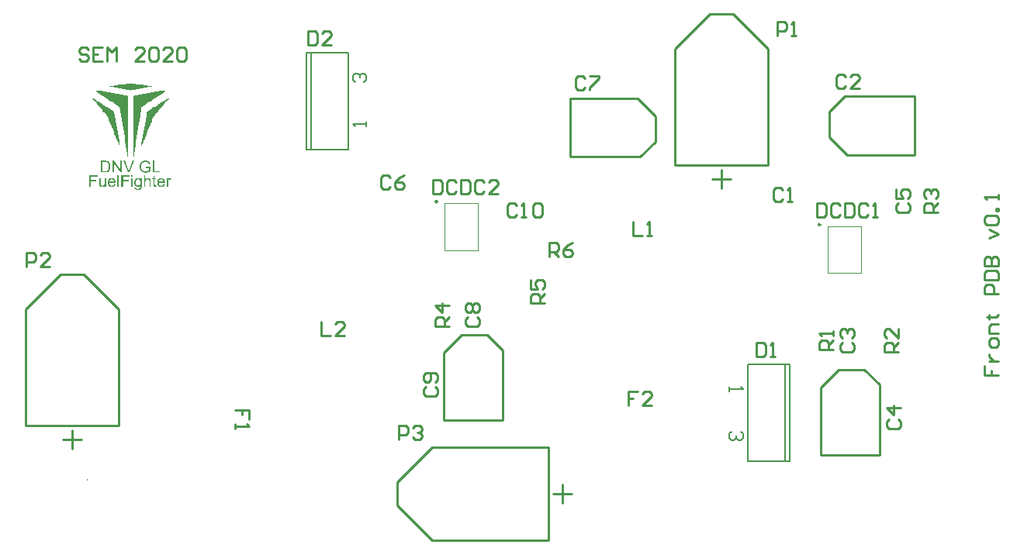
<source format=gbr>
%TF.GenerationSoftware,Altium Limited,Altium Designer,19.1.8 (144)*%
G04 Layer_Color=65535*
%FSLAX26Y26*%
%MOIN*%
%TF.FileFunction,Legend,Top*%
%TF.Part,Single*%
G01*
G75*
%TA.AperFunction,NonConductor*%
%ADD22C,0.010000*%
%ADD35C,0.003937*%
%ADD36C,0.007874*%
%ADD37C,0.005906*%
G36*
X714614Y1995653D02*
X732150D01*
Y1992730D01*
X749686D01*
Y1989808D01*
X767222D01*
Y1986885D01*
X784759D01*
Y1983962D01*
X802295D01*
Y1981040D01*
X784759D01*
Y1978117D01*
X767222D01*
Y1975194D01*
X749686D01*
Y1972272D01*
X732150D01*
Y1969349D01*
X714614D01*
Y1966426D01*
X708768D01*
Y1969349D01*
X691232D01*
Y1972272D01*
X673696D01*
Y1975194D01*
X656159D01*
Y1978117D01*
X638623D01*
Y1981040D01*
X621087D01*
Y1983962D01*
X638623D01*
Y1986885D01*
X656159D01*
Y1989808D01*
X673696D01*
Y1992730D01*
X691232D01*
Y1995653D01*
X708768D01*
Y1998576D01*
X714614D01*
Y1995653D01*
D02*
G37*
G36*
X875363Y1928431D02*
X872440D01*
Y1925508D01*
X869517D01*
Y1922585D01*
X866595D01*
Y1919663D01*
X863672D01*
Y1916740D01*
X860749D01*
Y1913817D01*
Y1910895D01*
X857827D01*
Y1907972D01*
X854904D01*
Y1905049D01*
X851981D01*
Y1902126D01*
X849058D01*
Y1899204D01*
X846136D01*
Y1896281D01*
Y1893358D01*
X843213D01*
Y1890436D01*
X840290D01*
Y1887513D01*
X837368D01*
Y1884590D01*
X834445D01*
Y1881667D01*
X831522D01*
Y1878745D01*
Y1875822D01*
X828600D01*
Y1872899D01*
X825677D01*
Y1869976D01*
X822754D01*
Y1867054D01*
X819831D01*
Y1864131D01*
X816909D01*
Y1861208D01*
Y1858286D01*
X813986D01*
Y1855363D01*
X811063D01*
Y1852440D01*
X808140D01*
Y1849517D01*
Y1846595D01*
Y1843672D01*
X805218D01*
Y1840749D01*
Y1837827D01*
X802295D01*
Y1834904D01*
Y1831981D01*
Y1829059D01*
X799372D01*
Y1826136D01*
Y1823213D01*
X796450D01*
Y1820290D01*
Y1817368D01*
Y1814445D01*
X793527D01*
Y1811522D01*
Y1808600D01*
X790604D01*
Y1805677D01*
Y1802754D01*
Y1799831D01*
X787682D01*
Y1796909D01*
Y1793986D01*
X784759D01*
Y1791063D01*
Y1788140D01*
Y1785218D01*
X781836D01*
Y1782295D01*
Y1779372D01*
X778913D01*
Y1776450D01*
Y1773527D01*
Y1770604D01*
X775991D01*
Y1767681D01*
Y1764759D01*
X773068D01*
Y1761836D01*
Y1758913D01*
Y1755991D01*
X770145D01*
Y1753068D01*
Y1750145D01*
X767222D01*
Y1747222D01*
Y1744300D01*
Y1741377D01*
X764300D01*
Y1738454D01*
Y1735532D01*
X761377D01*
Y1732609D01*
Y1729686D01*
Y1726763D01*
X758454D01*
Y1729686D01*
Y1732609D01*
Y1735532D01*
Y1738454D01*
Y1741377D01*
Y1744300D01*
X761377D01*
Y1747222D01*
Y1750145D01*
Y1753068D01*
Y1755991D01*
Y1758913D01*
Y1761836D01*
X764300D01*
Y1764759D01*
Y1767681D01*
Y1770604D01*
Y1773527D01*
Y1776450D01*
Y1779372D01*
X767222D01*
Y1782295D01*
Y1785218D01*
Y1788140D01*
Y1791063D01*
Y1793986D01*
X770145D01*
Y1796909D01*
Y1799831D01*
Y1802754D01*
Y1805677D01*
Y1808600D01*
Y1811522D01*
X773068D01*
Y1814445D01*
Y1817368D01*
Y1820290D01*
Y1823213D01*
Y1826136D01*
Y1829059D01*
X775991D01*
Y1831981D01*
Y1834904D01*
Y1837827D01*
Y1840749D01*
Y1843672D01*
Y1846595D01*
X778913D01*
Y1849517D01*
Y1852440D01*
Y1855363D01*
Y1858286D01*
Y1861208D01*
Y1864131D01*
X781836D01*
Y1867054D01*
Y1869976D01*
Y1872899D01*
Y1875822D01*
X787682D01*
Y1878745D01*
X790604D01*
Y1881667D01*
X796450D01*
Y1884590D01*
X799372D01*
Y1887513D01*
X805218D01*
Y1890436D01*
X808140D01*
Y1893358D01*
X813986D01*
Y1896281D01*
X819831D01*
Y1899204D01*
X822754D01*
Y1902126D01*
X828600D01*
Y1905049D01*
X831522D01*
Y1907972D01*
X837368D01*
Y1910895D01*
X840290D01*
Y1913817D01*
X846136D01*
Y1916740D01*
X851981D01*
Y1919663D01*
X854904D01*
Y1922585D01*
X860749D01*
Y1925508D01*
X863672D01*
Y1928431D01*
X869517D01*
Y1931353D01*
X875363D01*
Y1928431D01*
D02*
G37*
G36*
X553864D02*
X559710D01*
Y1925508D01*
X562632D01*
Y1922585D01*
X568478D01*
Y1919663D01*
X571401D01*
Y1916740D01*
X577246D01*
Y1913817D01*
X580169D01*
Y1910895D01*
X586014D01*
Y1907972D01*
X591860D01*
Y1905049D01*
X594782D01*
Y1902126D01*
X600628D01*
Y1899204D01*
X603550D01*
Y1896281D01*
X609396D01*
Y1893358D01*
X612318D01*
Y1890436D01*
X618164D01*
Y1887513D01*
X624009D01*
Y1884590D01*
X626932D01*
Y1881667D01*
X632778D01*
Y1878745D01*
X635700D01*
Y1875822D01*
X641546D01*
Y1872899D01*
Y1869976D01*
Y1867054D01*
Y1864131D01*
X644468D01*
Y1861208D01*
Y1858286D01*
Y1855363D01*
Y1852440D01*
Y1849517D01*
Y1846595D01*
X647391D01*
Y1843672D01*
Y1840749D01*
Y1837827D01*
Y1834904D01*
Y1831981D01*
Y1829059D01*
X650314D01*
Y1826136D01*
Y1823213D01*
Y1820290D01*
Y1817368D01*
Y1814445D01*
Y1811522D01*
X653236D01*
Y1808600D01*
Y1805677D01*
Y1802754D01*
Y1799831D01*
Y1796909D01*
Y1793986D01*
X656159D01*
Y1791063D01*
Y1788140D01*
Y1785218D01*
Y1782295D01*
Y1779372D01*
Y1776450D01*
X659082D01*
Y1773527D01*
Y1770604D01*
Y1767681D01*
Y1764759D01*
Y1761836D01*
Y1758913D01*
X662005D01*
Y1755991D01*
Y1753068D01*
Y1750145D01*
Y1747222D01*
Y1744300D01*
Y1741377D01*
X664927D01*
Y1738454D01*
Y1735532D01*
Y1732609D01*
Y1729686D01*
Y1726763D01*
X662005D01*
Y1729686D01*
Y1732609D01*
X659082D01*
Y1735532D01*
Y1738454D01*
Y1741377D01*
X656159D01*
Y1744300D01*
Y1747222D01*
X653236D01*
Y1750145D01*
Y1753068D01*
Y1755991D01*
X650314D01*
Y1758913D01*
Y1761836D01*
X647391D01*
Y1764759D01*
Y1767681D01*
Y1770604D01*
X644468D01*
Y1773527D01*
Y1776450D01*
X641546D01*
Y1779372D01*
Y1782295D01*
Y1785218D01*
X638623D01*
Y1788140D01*
Y1791063D01*
X635700D01*
Y1793986D01*
Y1796909D01*
Y1799831D01*
X632778D01*
Y1802754D01*
Y1805677D01*
X629855D01*
Y1808600D01*
Y1811522D01*
Y1814445D01*
X626932D01*
Y1817368D01*
Y1820290D01*
X624009D01*
Y1823213D01*
Y1826136D01*
Y1829059D01*
X621087D01*
Y1831981D01*
Y1834904D01*
X618164D01*
Y1837827D01*
Y1840749D01*
Y1843672D01*
X615241D01*
Y1846595D01*
Y1849517D01*
X612318D01*
Y1852440D01*
Y1855363D01*
X609396D01*
Y1858286D01*
X606473D01*
Y1861208D01*
Y1864131D01*
X603550D01*
Y1867054D01*
X600628D01*
Y1869976D01*
X597705D01*
Y1872899D01*
X594782D01*
Y1875822D01*
X591860D01*
Y1878745D01*
Y1881667D01*
X588937D01*
Y1884590D01*
X586014D01*
Y1887513D01*
X583091D01*
Y1890436D01*
X580169D01*
Y1893358D01*
X577246D01*
Y1896281D01*
Y1899204D01*
X574323D01*
Y1902126D01*
X571401D01*
Y1905049D01*
X568478D01*
Y1907972D01*
X565555D01*
Y1910895D01*
X562632D01*
Y1913817D01*
Y1916740D01*
X559710D01*
Y1919663D01*
X556787D01*
Y1922585D01*
X553864D01*
Y1925508D01*
X550942D01*
Y1928431D01*
X548019D01*
Y1931353D01*
X553864D01*
Y1928431D01*
D02*
G37*
G36*
X866595Y1963503D02*
X860749D01*
Y1960581D01*
X857827D01*
Y1957658D01*
X851981D01*
Y1954735D01*
X849058D01*
Y1951812D01*
X843213D01*
Y1948890D01*
X840290D01*
Y1945967D01*
X834445D01*
Y1943044D01*
X831522D01*
Y1940122D01*
X825677D01*
Y1937199D01*
X822754D01*
Y1934276D01*
X816909D01*
Y1931353D01*
X811063D01*
Y1928431D01*
X808140D01*
Y1925508D01*
X802295D01*
Y1922585D01*
X799372D01*
Y1919663D01*
X793527D01*
Y1916740D01*
X790604D01*
Y1913817D01*
X784759D01*
Y1910895D01*
X781836D01*
Y1907972D01*
X775991D01*
Y1905049D01*
X773068D01*
Y1902126D01*
X767222D01*
Y1899204D01*
X764300D01*
Y1896281D01*
X758454D01*
Y1893358D01*
Y1890436D01*
Y1887513D01*
X755532D01*
Y1884590D01*
Y1881667D01*
Y1878745D01*
Y1875822D01*
Y1872899D01*
Y1869976D01*
X752609D01*
Y1867054D01*
Y1864131D01*
Y1861208D01*
Y1858286D01*
Y1855363D01*
Y1852440D01*
Y1849517D01*
X749686D01*
Y1846595D01*
Y1843672D01*
Y1840749D01*
Y1837827D01*
Y1834904D01*
Y1831981D01*
X746763D01*
Y1829059D01*
Y1826136D01*
Y1823213D01*
Y1820290D01*
Y1817368D01*
Y1814445D01*
X743841D01*
Y1811522D01*
Y1808600D01*
Y1805677D01*
Y1802754D01*
Y1799831D01*
Y1796909D01*
Y1793986D01*
X740918D01*
Y1791063D01*
Y1788140D01*
Y1785218D01*
Y1782295D01*
Y1779372D01*
Y1776450D01*
X737995D01*
Y1773527D01*
Y1770604D01*
Y1767681D01*
Y1764759D01*
Y1761836D01*
Y1758913D01*
Y1755991D01*
X735073D01*
Y1753068D01*
Y1750145D01*
Y1747222D01*
Y1744300D01*
Y1741377D01*
Y1738454D01*
X732150D01*
Y1735532D01*
Y1732609D01*
Y1729686D01*
Y1726763D01*
Y1723841D01*
Y1720918D01*
X729227D01*
Y1717995D01*
Y1715073D01*
Y1712150D01*
Y1709227D01*
Y1706304D01*
Y1703382D01*
Y1700459D01*
X726304D01*
Y1697536D01*
Y1694614D01*
Y1691691D01*
Y1688768D01*
Y1685845D01*
Y1682923D01*
X723382D01*
Y1685845D01*
Y1688768D01*
Y1691691D01*
Y1694614D01*
Y1697536D01*
Y1700459D01*
Y1703382D01*
Y1706304D01*
Y1709227D01*
Y1712150D01*
Y1715073D01*
Y1717995D01*
Y1720918D01*
Y1723841D01*
Y1726763D01*
Y1729686D01*
Y1732609D01*
Y1735532D01*
Y1738454D01*
Y1741377D01*
Y1744300D01*
Y1747222D01*
Y1750145D01*
Y1753068D01*
Y1755991D01*
Y1758913D01*
Y1761836D01*
Y1764759D01*
Y1767681D01*
Y1770604D01*
Y1773527D01*
Y1776450D01*
Y1779372D01*
Y1782295D01*
Y1785218D01*
Y1788140D01*
Y1791063D01*
Y1793986D01*
Y1796909D01*
Y1799831D01*
Y1802754D01*
Y1805677D01*
Y1808600D01*
Y1811522D01*
Y1814445D01*
Y1817368D01*
Y1820290D01*
Y1823213D01*
Y1826136D01*
Y1829059D01*
Y1831981D01*
Y1834904D01*
Y1837827D01*
Y1840749D01*
Y1843672D01*
Y1846595D01*
Y1849517D01*
Y1852440D01*
Y1855363D01*
Y1858286D01*
Y1861208D01*
Y1864131D01*
Y1867054D01*
Y1869976D01*
Y1872899D01*
Y1875822D01*
Y1878745D01*
Y1881667D01*
Y1884590D01*
Y1887513D01*
Y1890436D01*
Y1893358D01*
Y1896281D01*
Y1899204D01*
Y1902126D01*
Y1905049D01*
Y1907972D01*
Y1910895D01*
Y1913817D01*
Y1916740D01*
Y1919663D01*
Y1922585D01*
Y1925508D01*
Y1928431D01*
Y1931353D01*
Y1934276D01*
Y1937199D01*
Y1940122D01*
Y1943044D01*
X726304D01*
Y1945967D01*
X743841D01*
Y1948890D01*
X761377D01*
Y1951812D01*
X778913D01*
Y1954735D01*
X796450D01*
Y1957658D01*
X813986D01*
Y1960581D01*
X834445D01*
Y1963503D01*
X851981D01*
Y1966426D01*
X866595D01*
Y1963503D01*
D02*
G37*
G36*
X571401D02*
X588937D01*
Y1960581D01*
X606473D01*
Y1957658D01*
X626932D01*
Y1954735D01*
X644468D01*
Y1951812D01*
X662005D01*
Y1948890D01*
X679541D01*
Y1945967D01*
X697077D01*
Y1943044D01*
X700000D01*
Y1940122D01*
Y1937199D01*
Y1934276D01*
Y1931353D01*
Y1928431D01*
Y1925508D01*
Y1922585D01*
Y1919663D01*
Y1916740D01*
Y1913817D01*
Y1910895D01*
Y1907972D01*
Y1905049D01*
Y1902126D01*
Y1899204D01*
Y1896281D01*
Y1893358D01*
Y1890436D01*
Y1887513D01*
Y1884590D01*
Y1881667D01*
Y1878745D01*
Y1875822D01*
Y1872899D01*
Y1869976D01*
Y1867054D01*
Y1864131D01*
Y1861208D01*
Y1858286D01*
Y1855363D01*
Y1852440D01*
Y1849517D01*
Y1846595D01*
Y1843672D01*
Y1840749D01*
Y1837827D01*
Y1834904D01*
Y1831981D01*
Y1829059D01*
Y1826136D01*
Y1823213D01*
Y1820290D01*
Y1817368D01*
Y1814445D01*
Y1811522D01*
Y1808600D01*
Y1805677D01*
Y1802754D01*
Y1799831D01*
Y1796909D01*
Y1793986D01*
Y1791063D01*
Y1788140D01*
Y1785218D01*
Y1782295D01*
Y1779372D01*
Y1776450D01*
Y1773527D01*
Y1770604D01*
Y1767681D01*
Y1764759D01*
Y1761836D01*
Y1758913D01*
Y1755991D01*
Y1753068D01*
Y1750145D01*
Y1747222D01*
Y1744300D01*
Y1741377D01*
Y1738454D01*
Y1735532D01*
Y1732609D01*
Y1729686D01*
Y1726763D01*
Y1723841D01*
Y1720918D01*
Y1717995D01*
Y1715073D01*
Y1712150D01*
Y1709227D01*
Y1706304D01*
Y1703382D01*
Y1700459D01*
Y1697536D01*
Y1694614D01*
Y1691691D01*
Y1688768D01*
Y1685845D01*
Y1682923D01*
Y1680000D01*
X697077D01*
Y1682923D01*
Y1685845D01*
Y1688768D01*
Y1691691D01*
Y1694614D01*
Y1697536D01*
Y1700459D01*
X694154D01*
Y1703382D01*
Y1706304D01*
Y1709227D01*
Y1712150D01*
Y1715073D01*
Y1717995D01*
X691232D01*
Y1720918D01*
Y1723841D01*
Y1726763D01*
Y1729686D01*
Y1732609D01*
Y1735532D01*
Y1738454D01*
X688309D01*
Y1741377D01*
Y1744300D01*
Y1747222D01*
Y1750145D01*
Y1753068D01*
Y1755991D01*
X685386D01*
Y1758913D01*
Y1761836D01*
Y1764759D01*
Y1767681D01*
Y1770604D01*
Y1773527D01*
X682464D01*
Y1776450D01*
Y1779372D01*
Y1782295D01*
Y1785218D01*
Y1788140D01*
Y1791063D01*
Y1793986D01*
X679541D01*
Y1796909D01*
Y1799831D01*
Y1802754D01*
Y1805677D01*
Y1808600D01*
Y1811522D01*
X676618D01*
Y1814445D01*
Y1817368D01*
Y1820290D01*
Y1823213D01*
Y1826136D01*
Y1829059D01*
Y1831981D01*
X673696D01*
Y1834904D01*
Y1837827D01*
Y1840749D01*
Y1843672D01*
Y1846595D01*
Y1849517D01*
X670773D01*
Y1852440D01*
Y1855363D01*
Y1858286D01*
Y1861208D01*
Y1864131D01*
Y1867054D01*
X667850D01*
Y1869976D01*
Y1872899D01*
Y1875822D01*
Y1878745D01*
Y1881667D01*
Y1884590D01*
Y1887513D01*
X664927D01*
Y1890436D01*
Y1893358D01*
Y1896281D01*
X659082D01*
Y1899204D01*
X656159D01*
Y1902126D01*
X650314D01*
Y1905049D01*
X647391D01*
Y1907972D01*
X641546D01*
Y1910895D01*
X638623D01*
Y1913817D01*
X632778D01*
Y1916740D01*
X629855D01*
Y1919663D01*
X624009D01*
Y1922585D01*
X618164D01*
Y1925508D01*
X615241D01*
Y1928431D01*
X609396D01*
Y1931353D01*
X606473D01*
Y1934276D01*
X600628D01*
Y1937199D01*
X597705D01*
Y1940122D01*
X591860D01*
Y1943044D01*
X588937D01*
Y1945967D01*
X583091D01*
Y1948890D01*
X580169D01*
Y1951812D01*
X574323D01*
Y1954735D01*
X571401D01*
Y1957658D01*
X565555D01*
Y1960581D01*
X562632D01*
Y1963503D01*
X556787D01*
Y1966426D01*
X571401D01*
Y1963503D01*
D02*
G37*
G36*
X618454Y293841D02*
Y290918D01*
X615532D01*
Y293841D01*
Y296763D01*
X618454D01*
Y293841D01*
D02*
G37*
G36*
X527850Y290918D02*
Y287995D01*
X524927D01*
Y290918D01*
Y293841D01*
X527850D01*
Y290918D01*
D02*
G37*
G36*
X776611Y1664465D02*
X777194D01*
X778579Y1664319D01*
X780110Y1664100D01*
X781714Y1663736D01*
X783463Y1663298D01*
X785140Y1662715D01*
X785213D01*
X785359Y1662642D01*
X785577Y1662569D01*
X785869Y1662423D01*
X786671Y1661986D01*
X787691Y1661476D01*
X788785Y1660747D01*
X789951Y1659872D01*
X791045Y1658924D01*
X792065Y1657758D01*
X792211Y1657612D01*
X792503Y1657175D01*
X792940Y1656518D01*
X793523Y1655571D01*
X794107Y1654404D01*
X794763Y1652946D01*
X795419Y1651342D01*
X795929Y1649520D01*
X789878Y1647916D01*
Y1647989D01*
X789806Y1648062D01*
X789733Y1648281D01*
X789660Y1648572D01*
X789441Y1649228D01*
X789149Y1650103D01*
X788712Y1651124D01*
X788202Y1652072D01*
X787691Y1653092D01*
X787035Y1653967D01*
X786962Y1654040D01*
X786744Y1654331D01*
X786306Y1654696D01*
X785796Y1655206D01*
X785140Y1655789D01*
X784265Y1656373D01*
X783317Y1656956D01*
X782224Y1657466D01*
X782078Y1657539D01*
X781714Y1657685D01*
X781058Y1657903D01*
X780183Y1658195D01*
X779162Y1658414D01*
X777996Y1658632D01*
X776683Y1658778D01*
X775298Y1658851D01*
X774496D01*
X774132Y1658778D01*
X773695D01*
X772601Y1658705D01*
X771362Y1658487D01*
X769977Y1658268D01*
X768664Y1657903D01*
X767352Y1657393D01*
X767207Y1657320D01*
X766769Y1657175D01*
X766186Y1656810D01*
X765457Y1656446D01*
X764582Y1655862D01*
X763634Y1655279D01*
X762760Y1654550D01*
X761958Y1653748D01*
X761885Y1653675D01*
X761593Y1653384D01*
X761229Y1652873D01*
X760791Y1652290D01*
X760281Y1651561D01*
X759771Y1650686D01*
X759260Y1649739D01*
X758750Y1648718D01*
Y1648645D01*
X758677Y1648499D01*
X758604Y1648281D01*
X758458Y1647916D01*
X758313Y1647479D01*
X758167Y1646968D01*
X757948Y1646385D01*
X757802Y1645729D01*
X757438Y1644198D01*
X757146Y1642449D01*
X756928Y1640626D01*
X756855Y1638585D01*
Y1638512D01*
Y1638293D01*
Y1637929D01*
X756928Y1637492D01*
Y1636908D01*
X757000Y1636179D01*
X757073Y1635450D01*
X757146Y1634648D01*
X757438Y1632826D01*
X757802Y1630930D01*
X758386Y1629035D01*
X759115Y1627213D01*
Y1627140D01*
X759260Y1626994D01*
X759333Y1626775D01*
X759552Y1626484D01*
X760062Y1625682D01*
X760864Y1624661D01*
X761812Y1623568D01*
X762978Y1622474D01*
X764363Y1621454D01*
X765894Y1620506D01*
X765967D01*
X766113Y1620433D01*
X766332Y1620287D01*
X766696Y1620141D01*
X767061Y1619995D01*
X767571Y1619850D01*
X768737Y1619412D01*
X770195Y1619048D01*
X771799Y1618683D01*
X773549Y1618392D01*
X775371Y1618319D01*
X776100D01*
X776538Y1618392D01*
X776975D01*
X778069Y1618537D01*
X779381Y1618683D01*
X780766Y1618975D01*
X782297Y1619412D01*
X783828Y1619923D01*
X783901D01*
X784046Y1619995D01*
X784192Y1620068D01*
X784484Y1620214D01*
X785286Y1620579D01*
X786160Y1621016D01*
X787181Y1621526D01*
X788275Y1622110D01*
X789295Y1622766D01*
X790170Y1623495D01*
Y1632972D01*
X775298D01*
Y1638949D01*
X796731D01*
Y1620214D01*
X796658Y1620141D01*
X796512Y1620068D01*
X796221Y1619850D01*
X795856Y1619558D01*
X795419Y1619266D01*
X794909Y1618902D01*
X794252Y1618465D01*
X793596Y1618027D01*
X792065Y1617080D01*
X790316Y1616059D01*
X788493Y1615111D01*
X786525Y1614309D01*
X786452D01*
X786306Y1614236D01*
X786015Y1614164D01*
X785650Y1614018D01*
X785140Y1613872D01*
X784557Y1613653D01*
X783901Y1613507D01*
X783245Y1613362D01*
X781641Y1612997D01*
X779818Y1612633D01*
X777850Y1612414D01*
X775809Y1612341D01*
X775080D01*
X774569Y1612414D01*
X773913D01*
X773111Y1612487D01*
X772237Y1612633D01*
X771289Y1612706D01*
X769175Y1613143D01*
X766915Y1613653D01*
X764582Y1614455D01*
X763416Y1614892D01*
X762249Y1615476D01*
X762176Y1615549D01*
X761958Y1615621D01*
X761666Y1615840D01*
X761229Y1616059D01*
X760718Y1616423D01*
X760208Y1616788D01*
X758823Y1617809D01*
X757365Y1619121D01*
X755834Y1620725D01*
X754376Y1622547D01*
X753064Y1624661D01*
Y1624734D01*
X752918Y1624953D01*
X752772Y1625244D01*
X752554Y1625755D01*
X752335Y1626265D01*
X752116Y1626994D01*
X751825Y1627723D01*
X751533Y1628598D01*
X751241Y1629545D01*
X750950Y1630639D01*
X750731Y1631732D01*
X750512Y1632899D01*
X750148Y1635450D01*
X750002Y1638148D01*
Y1638220D01*
Y1638512D01*
Y1638877D01*
X750075Y1639387D01*
Y1640043D01*
X750148Y1640845D01*
X750294Y1641647D01*
X750367Y1642594D01*
X750585Y1643615D01*
X750731Y1644709D01*
X751314Y1647041D01*
X752043Y1649447D01*
X753064Y1651853D01*
X753137Y1651926D01*
X753210Y1652144D01*
X753356Y1652436D01*
X753647Y1652873D01*
X753939Y1653457D01*
X754303Y1654040D01*
X755324Y1655425D01*
X756563Y1657029D01*
X758094Y1658560D01*
X759844Y1660091D01*
X760864Y1660747D01*
X761885Y1661403D01*
X761958Y1661476D01*
X762176Y1661549D01*
X762468Y1661694D01*
X762905Y1661913D01*
X763489Y1662132D01*
X764145Y1662423D01*
X764874Y1662715D01*
X765749Y1663006D01*
X766696Y1663298D01*
X767717Y1663517D01*
X768810Y1663808D01*
X769977Y1664027D01*
X772528Y1664392D01*
X773840Y1664537D01*
X776173D01*
X776611Y1664465D01*
D02*
G37*
G36*
X673894Y1613216D02*
X666969D01*
X640579Y1652801D01*
Y1613216D01*
X634164D01*
Y1663663D01*
X641017D01*
X667479Y1624005D01*
Y1663663D01*
X673894D01*
Y1613216D01*
D02*
G37*
G36*
X706408D02*
X699409D01*
X679872Y1663663D01*
X687162D01*
X700284Y1626994D01*
Y1626921D01*
X700357Y1626775D01*
X700430Y1626556D01*
X700576Y1626265D01*
X700649Y1625828D01*
X700795Y1625390D01*
X701159Y1624297D01*
X701596Y1623057D01*
X702034Y1621672D01*
X702909Y1618756D01*
Y1618829D01*
X702982Y1618975D01*
X703054Y1619194D01*
X703127Y1619485D01*
X703346Y1620287D01*
X703711Y1621381D01*
X704075Y1622620D01*
X704513Y1624005D01*
X705023Y1625463D01*
X705606Y1626994D01*
X719311Y1663663D01*
X726091D01*
X706408Y1613216D01*
D02*
G37*
G36*
X812988Y1619194D02*
X837847D01*
Y1613216D01*
X806281D01*
Y1663663D01*
X812988D01*
Y1619194D01*
D02*
G37*
G36*
X604056Y1663590D02*
X605514Y1663517D01*
X606972Y1663371D01*
X608430Y1663152D01*
X609670Y1662934D01*
X609742D01*
X609888Y1662861D01*
X610107D01*
X610399Y1662715D01*
X611201Y1662496D01*
X612221Y1662132D01*
X613388Y1661621D01*
X614627Y1660965D01*
X615866Y1660236D01*
X617033Y1659289D01*
X617105Y1659216D01*
X617178Y1659143D01*
X617397Y1658924D01*
X617689Y1658705D01*
X618418Y1657976D01*
X619292Y1656956D01*
X620240Y1655716D01*
X621261Y1654258D01*
X622208Y1652582D01*
X623010Y1650686D01*
Y1650613D01*
X623083Y1650468D01*
X623229Y1650176D01*
X623302Y1649739D01*
X623521Y1649228D01*
X623666Y1648645D01*
X623812Y1647989D01*
X624031Y1647187D01*
X624250Y1646385D01*
X624395Y1645438D01*
X624760Y1643396D01*
X624979Y1641137D01*
X625052Y1638658D01*
Y1638585D01*
Y1638439D01*
Y1638075D01*
Y1637710D01*
X624979Y1637200D01*
Y1636617D01*
X624906Y1635232D01*
X624687Y1633628D01*
X624468Y1631951D01*
X624104Y1630201D01*
X623666Y1628452D01*
Y1628379D01*
X623593Y1628233D01*
X623521Y1628014D01*
X623448Y1627723D01*
X623156Y1626921D01*
X622719Y1625900D01*
X622281Y1624734D01*
X621698Y1623568D01*
X620969Y1622328D01*
X620240Y1621162D01*
X620167Y1621016D01*
X619876Y1620652D01*
X619438Y1620141D01*
X618855Y1619485D01*
X618199Y1618756D01*
X617397Y1618027D01*
X616595Y1617225D01*
X615647Y1616569D01*
X615502Y1616496D01*
X615210Y1616278D01*
X614700Y1615986D01*
X613971Y1615621D01*
X613096Y1615184D01*
X612075Y1614820D01*
X610909Y1614382D01*
X609597Y1614018D01*
X609451D01*
X609232Y1613945D01*
X609014Y1613872D01*
X608284Y1613799D01*
X607264Y1613653D01*
X606097Y1613507D01*
X604712Y1613362D01*
X603182Y1613289D01*
X601505Y1613216D01*
X583353D01*
Y1663663D01*
X602744D01*
X604056Y1663590D01*
D02*
G37*
G36*
X720040Y1595180D02*
X713844D01*
Y1602252D01*
X720040D01*
Y1595180D01*
D02*
G37*
G36*
X881368Y1589130D02*
X882170Y1588984D01*
X883117Y1588692D01*
X884138Y1588328D01*
X885304Y1587817D01*
X886544Y1587161D01*
X884284Y1581475D01*
X884211Y1581548D01*
X883919Y1581694D01*
X883482Y1581912D01*
X882899Y1582131D01*
X882243Y1582350D01*
X881441Y1582569D01*
X880639Y1582714D01*
X879837Y1582787D01*
X879472D01*
X879108Y1582714D01*
X878598Y1582641D01*
X878087Y1582496D01*
X877431Y1582277D01*
X876775Y1581985D01*
X876192Y1581548D01*
X876119Y1581475D01*
X875900Y1581329D01*
X875682Y1581038D01*
X875317Y1580673D01*
X874953Y1580163D01*
X874588Y1579580D01*
X874224Y1578924D01*
X873932Y1578122D01*
X873859Y1577976D01*
X873786Y1577539D01*
X873640Y1576882D01*
X873422Y1576008D01*
X873203Y1574914D01*
X873057Y1573675D01*
X872984Y1572363D01*
X872912Y1570905D01*
Y1551805D01*
X866715D01*
Y1588401D01*
X872328D01*
Y1582860D01*
X872401Y1582933D01*
X872693Y1583443D01*
X873057Y1584100D01*
X873640Y1584901D01*
X874224Y1585703D01*
X874880Y1586578D01*
X875536Y1587307D01*
X876192Y1587890D01*
X876265Y1587963D01*
X876484Y1588109D01*
X876921Y1588328D01*
X877358Y1588546D01*
X877942Y1588765D01*
X878671Y1588984D01*
X879400Y1589130D01*
X880202Y1589203D01*
X880712D01*
X881368Y1589130D01*
D02*
G37*
G36*
X606170Y1551805D02*
X600630D01*
Y1557127D01*
X600557Y1557054D01*
X600411Y1556835D01*
X600193Y1556543D01*
X599828Y1556179D01*
X599391Y1555741D01*
X598880Y1555158D01*
X598297Y1554648D01*
X597568Y1554065D01*
X596766Y1553482D01*
X595891Y1552971D01*
X594944Y1552461D01*
X593923Y1551951D01*
X592757Y1551586D01*
X591590Y1551294D01*
X590278Y1551076D01*
X588966Y1551003D01*
X588456D01*
X587800Y1551076D01*
X586998Y1551149D01*
X586050Y1551294D01*
X585029Y1551513D01*
X584009Y1551805D01*
X582915Y1552242D01*
X582769Y1552315D01*
X582478Y1552461D01*
X581968Y1552753D01*
X581384Y1553117D01*
X580655Y1553554D01*
X579999Y1554065D01*
X579343Y1554648D01*
X578760Y1555304D01*
X578687Y1555377D01*
X578541Y1555668D01*
X578323Y1556033D01*
X578031Y1556616D01*
X577667Y1557272D01*
X577375Y1558074D01*
X577083Y1558949D01*
X576865Y1559897D01*
Y1559970D01*
X576792Y1560261D01*
X576719Y1560699D01*
Y1561282D01*
X576646Y1562157D01*
X576573Y1563104D01*
X576500Y1564344D01*
Y1565729D01*
Y1588401D01*
X582697D01*
Y1568062D01*
Y1567989D01*
Y1567843D01*
Y1567624D01*
Y1567260D01*
Y1566458D01*
X582769Y1565437D01*
Y1564344D01*
X582842Y1563250D01*
X582915Y1562302D01*
X583061Y1561501D01*
Y1561428D01*
X583207Y1561136D01*
X583353Y1560699D01*
X583571Y1560115D01*
X583936Y1559532D01*
X584373Y1558876D01*
X584884Y1558293D01*
X585540Y1557710D01*
X585613Y1557637D01*
X585904Y1557491D01*
X586269Y1557272D01*
X586852Y1557054D01*
X587508Y1556762D01*
X588310Y1556543D01*
X589185Y1556398D01*
X590205Y1556325D01*
X590716D01*
X591226Y1556398D01*
X591882Y1556470D01*
X592684Y1556689D01*
X593559Y1556908D01*
X594506Y1557272D01*
X595454Y1557710D01*
X595600Y1557783D01*
X595891Y1558001D01*
X596329Y1558293D01*
X596839Y1558730D01*
X597422Y1559313D01*
X598006Y1559970D01*
X598516Y1560699D01*
X598953Y1561573D01*
X599026Y1561719D01*
X599099Y1562011D01*
X599245Y1562594D01*
X599464Y1563396D01*
X599682Y1564417D01*
X599828Y1565656D01*
X599901Y1567114D01*
X599974Y1568791D01*
Y1588401D01*
X606170D01*
Y1551805D01*
D02*
G37*
G36*
X774934Y1584172D02*
X775007Y1584245D01*
X775153Y1584391D01*
X775371Y1584610D01*
X775736Y1584974D01*
X776100Y1585339D01*
X776611Y1585776D01*
X777267Y1586214D01*
X777923Y1586724D01*
X778652Y1587161D01*
X779454Y1587599D01*
X781349Y1588401D01*
X782370Y1588765D01*
X783463Y1588984D01*
X784630Y1589130D01*
X785796Y1589203D01*
X786452D01*
X787254Y1589130D01*
X788202Y1588984D01*
X789295Y1588838D01*
X790462Y1588546D01*
X791628Y1588109D01*
X792794Y1587599D01*
X792940Y1587526D01*
X793305Y1587307D01*
X793815Y1586943D01*
X794471Y1586432D01*
X795127Y1585776D01*
X795856Y1585047D01*
X796512Y1584172D01*
X797096Y1583152D01*
X797168Y1583006D01*
X797314Y1582641D01*
X797533Y1581985D01*
X797752Y1581038D01*
X797970Y1579871D01*
X798189Y1578486D01*
X798335Y1576810D01*
X798408Y1574914D01*
Y1551805D01*
X792211D01*
Y1574987D01*
Y1575060D01*
Y1575206D01*
Y1575424D01*
Y1575716D01*
X792138Y1576518D01*
X791992Y1577539D01*
X791701Y1578632D01*
X791336Y1579726D01*
X790826Y1580819D01*
X790170Y1581694D01*
X790097Y1581767D01*
X789806Y1582058D01*
X789368Y1582423D01*
X788712Y1582787D01*
X787910Y1583225D01*
X786962Y1583516D01*
X785796Y1583808D01*
X784484Y1583881D01*
X784046D01*
X783536Y1583808D01*
X782807Y1583735D01*
X782078Y1583516D01*
X781203Y1583298D01*
X780328Y1582933D01*
X779381Y1582423D01*
X779308Y1582350D01*
X779016Y1582131D01*
X778579Y1581840D01*
X778069Y1581402D01*
X777485Y1580819D01*
X776902Y1580163D01*
X776392Y1579361D01*
X775955Y1578486D01*
X775882Y1578340D01*
X775809Y1578049D01*
X775663Y1577466D01*
X775444Y1576737D01*
X775226Y1575789D01*
X775080Y1574622D01*
X775007Y1573310D01*
X774934Y1571779D01*
Y1551805D01*
X768737D01*
Y1602252D01*
X774934D01*
Y1584172D01*
D02*
G37*
G36*
X720040Y1551805D02*
X713844D01*
Y1588401D01*
X720040D01*
Y1551805D01*
D02*
G37*
G36*
X705971Y1596274D02*
X678560D01*
Y1580673D01*
X702253D01*
Y1574695D01*
X678560D01*
Y1551805D01*
X671853D01*
Y1602252D01*
X705971D01*
Y1596274D01*
D02*
G37*
G36*
X661137Y1551805D02*
X654941D01*
Y1602252D01*
X661137D01*
Y1551805D01*
D02*
G37*
G36*
X568773Y1596274D02*
X541362D01*
Y1580673D01*
X565055D01*
Y1574695D01*
X541362D01*
Y1551805D01*
X534655D01*
Y1602252D01*
X568773D01*
Y1596274D01*
D02*
G37*
G36*
X815175Y1588401D02*
X821444D01*
Y1583589D01*
X815175D01*
Y1562084D01*
Y1561938D01*
Y1561646D01*
Y1561209D01*
X815248Y1560699D01*
X815321Y1559532D01*
X815393Y1559022D01*
X815466Y1558657D01*
X815539Y1558512D01*
X815758Y1558220D01*
X816049Y1557855D01*
X816560Y1557491D01*
X816706Y1557418D01*
X817070Y1557272D01*
X817726Y1557127D01*
X818674Y1557054D01*
X819403D01*
X819767Y1557127D01*
X820278D01*
X820861Y1557199D01*
X821444Y1557272D01*
X822246Y1551805D01*
X822100D01*
X821809Y1551732D01*
X821298Y1551659D01*
X820642Y1551586D01*
X819913Y1551440D01*
X819111Y1551367D01*
X817508Y1551294D01*
X816924D01*
X816341Y1551367D01*
X815612Y1551440D01*
X814737Y1551513D01*
X813862Y1551732D01*
X813061Y1551951D01*
X812259Y1552315D01*
X812186Y1552388D01*
X811967Y1552534D01*
X811676Y1552753D01*
X811238Y1553117D01*
X810874Y1553482D01*
X810436Y1553992D01*
X809999Y1554502D01*
X809707Y1555158D01*
Y1555231D01*
X809561Y1555523D01*
X809489Y1556033D01*
X809343Y1556762D01*
X809197Y1557710D01*
X809124Y1558293D01*
Y1558949D01*
X809051Y1559751D01*
X808978Y1560553D01*
Y1561428D01*
Y1562448D01*
Y1583589D01*
X804385D01*
Y1588401D01*
X808978D01*
Y1597440D01*
X815175Y1601158D01*
Y1588401D01*
D02*
G37*
G36*
X843751Y1589130D02*
X844335Y1589057D01*
X845064Y1588911D01*
X845866Y1588765D01*
X846813Y1588546D01*
X847688Y1588328D01*
X848709Y1587963D01*
X849656Y1587599D01*
X850677Y1587088D01*
X851698Y1586505D01*
X852718Y1585849D01*
X853666Y1585047D01*
X854541Y1584172D01*
X854614Y1584100D01*
X854759Y1583954D01*
X854978Y1583662D01*
X855270Y1583225D01*
X855634Y1582714D01*
X855999Y1582131D01*
X856436Y1581402D01*
X856874Y1580527D01*
X857311Y1579580D01*
X857748Y1578559D01*
X858113Y1577393D01*
X858477Y1576153D01*
X858769Y1574768D01*
X858988Y1573310D01*
X859133Y1571779D01*
X859206Y1570103D01*
Y1570030D01*
Y1569738D01*
Y1569228D01*
X859133Y1568499D01*
X831796D01*
Y1568426D01*
Y1568207D01*
X831869Y1567916D01*
Y1567478D01*
X831942Y1566968D01*
X832087Y1566385D01*
X832306Y1565073D01*
X832744Y1563615D01*
X833327Y1562011D01*
X834129Y1560553D01*
X835149Y1559241D01*
X835222D01*
X835295Y1559095D01*
X835732Y1558730D01*
X836389Y1558220D01*
X837263Y1557710D01*
X838430Y1557127D01*
X839742Y1556616D01*
X841200Y1556252D01*
X842002Y1556179D01*
X842877Y1556106D01*
X843460D01*
X844116Y1556179D01*
X844918Y1556325D01*
X845793Y1556543D01*
X846813Y1556835D01*
X847761Y1557272D01*
X848709Y1557855D01*
X848782Y1557928D01*
X849146Y1558220D01*
X849583Y1558657D01*
X850094Y1559241D01*
X850677Y1560043D01*
X851333Y1561063D01*
X851989Y1562229D01*
X852572Y1563615D01*
X858988Y1562813D01*
Y1562740D01*
X858915Y1562594D01*
X858842Y1562302D01*
X858696Y1561865D01*
X858477Y1561428D01*
X858259Y1560844D01*
X857675Y1559605D01*
X856946Y1558220D01*
X855926Y1556762D01*
X854759Y1555377D01*
X853301Y1554065D01*
X853229D01*
X853083Y1553919D01*
X852864Y1553773D01*
X852572Y1553554D01*
X852135Y1553336D01*
X851698Y1553117D01*
X851114Y1552825D01*
X850458Y1552534D01*
X849729Y1552242D01*
X849000Y1551951D01*
X847178Y1551513D01*
X845137Y1551149D01*
X842877Y1551003D01*
X842075D01*
X841564Y1551076D01*
X840908Y1551149D01*
X840106Y1551294D01*
X839232Y1551440D01*
X838284Y1551586D01*
X836243Y1552169D01*
X835149Y1552607D01*
X834129Y1553044D01*
X833035Y1553627D01*
X832015Y1554283D01*
X831067Y1555012D01*
X830119Y1555887D01*
X830046Y1555960D01*
X829900Y1556106D01*
X829682Y1556398D01*
X829390Y1556835D01*
X829026Y1557345D01*
X828661Y1557928D01*
X828224Y1558657D01*
X827786Y1559459D01*
X827349Y1560407D01*
X826912Y1561428D01*
X826547Y1562594D01*
X826183Y1563833D01*
X825891Y1565146D01*
X825672Y1566603D01*
X825527Y1568134D01*
X825454Y1569738D01*
Y1569811D01*
Y1570176D01*
Y1570613D01*
X825527Y1571269D01*
X825599Y1572071D01*
X825672Y1572946D01*
X825818Y1573966D01*
X826037Y1574987D01*
X826620Y1577320D01*
X826985Y1578486D01*
X827422Y1579726D01*
X828005Y1580892D01*
X828661Y1581985D01*
X829390Y1583079D01*
X830192Y1584100D01*
X830265Y1584172D01*
X830411Y1584318D01*
X830702Y1584537D01*
X831067Y1584901D01*
X831504Y1585266D01*
X832087Y1585703D01*
X832744Y1586214D01*
X833545Y1586651D01*
X834347Y1587161D01*
X835295Y1587599D01*
X836316Y1588036D01*
X837409Y1588401D01*
X838576Y1588765D01*
X839815Y1588984D01*
X841127Y1589130D01*
X842512Y1589203D01*
X843241D01*
X843751Y1589130D01*
D02*
G37*
G36*
X632050D02*
X632633Y1589057D01*
X633362Y1588911D01*
X634164Y1588765D01*
X635112Y1588546D01*
X635986Y1588328D01*
X637007Y1587963D01*
X637955Y1587599D01*
X638975Y1587088D01*
X639996Y1586505D01*
X641017Y1585849D01*
X641964Y1585047D01*
X642839Y1584172D01*
X642912Y1584100D01*
X643058Y1583954D01*
X643277Y1583662D01*
X643568Y1583225D01*
X643933Y1582714D01*
X644297Y1582131D01*
X644735Y1581402D01*
X645172Y1580527D01*
X645609Y1579580D01*
X646047Y1578559D01*
X646411Y1577393D01*
X646776Y1576153D01*
X647067Y1574768D01*
X647286Y1573310D01*
X647432Y1571779D01*
X647505Y1570103D01*
Y1570030D01*
Y1569738D01*
Y1569228D01*
X647432Y1568499D01*
X620094D01*
Y1568426D01*
Y1568207D01*
X620167Y1567916D01*
Y1567478D01*
X620240Y1566968D01*
X620386Y1566385D01*
X620605Y1565073D01*
X621042Y1563615D01*
X621625Y1562011D01*
X622427Y1560553D01*
X623448Y1559241D01*
X623521D01*
X623593Y1559095D01*
X624031Y1558730D01*
X624687Y1558220D01*
X625562Y1557710D01*
X626728Y1557127D01*
X628040Y1556616D01*
X629498Y1556252D01*
X630300Y1556179D01*
X631175Y1556106D01*
X631758D01*
X632414Y1556179D01*
X633216Y1556325D01*
X634091Y1556543D01*
X635112Y1556835D01*
X636059Y1557272D01*
X637007Y1557855D01*
X637080Y1557928D01*
X637444Y1558220D01*
X637882Y1558657D01*
X638392Y1559241D01*
X638975Y1560043D01*
X639631Y1561063D01*
X640288Y1562229D01*
X640871Y1563615D01*
X647286Y1562813D01*
Y1562740D01*
X647213Y1562594D01*
X647140Y1562302D01*
X646994Y1561865D01*
X646776Y1561428D01*
X646557Y1560844D01*
X645974Y1559605D01*
X645245Y1558220D01*
X644224Y1556762D01*
X643058Y1555377D01*
X641600Y1554065D01*
X641527D01*
X641381Y1553919D01*
X641162Y1553773D01*
X640871Y1553554D01*
X640433Y1553336D01*
X639996Y1553117D01*
X639413Y1552825D01*
X638757Y1552534D01*
X638028Y1552242D01*
X637299Y1551951D01*
X635476Y1551513D01*
X633435Y1551149D01*
X631175Y1551003D01*
X630373D01*
X629863Y1551076D01*
X629207Y1551149D01*
X628405Y1551294D01*
X627530Y1551440D01*
X626582Y1551586D01*
X624541Y1552169D01*
X623448Y1552607D01*
X622427Y1553044D01*
X621334Y1553627D01*
X620313Y1554283D01*
X619365Y1555012D01*
X618418Y1555887D01*
X618345Y1555960D01*
X618199Y1556106D01*
X617980Y1556398D01*
X617689Y1556835D01*
X617324Y1557345D01*
X616960Y1557928D01*
X616522Y1558657D01*
X616085Y1559459D01*
X615647Y1560407D01*
X615210Y1561428D01*
X614846Y1562594D01*
X614481Y1563833D01*
X614189Y1565146D01*
X613971Y1566603D01*
X613825Y1568134D01*
X613752Y1569738D01*
Y1569811D01*
Y1570176D01*
Y1570613D01*
X613825Y1571269D01*
X613898Y1572071D01*
X613971Y1572946D01*
X614116Y1573966D01*
X614335Y1574987D01*
X614918Y1577320D01*
X615283Y1578486D01*
X615720Y1579726D01*
X616303Y1580892D01*
X616960Y1581985D01*
X617689Y1583079D01*
X618490Y1584100D01*
X618563Y1584172D01*
X618709Y1584318D01*
X619001Y1584537D01*
X619365Y1584901D01*
X619803Y1585266D01*
X620386Y1585703D01*
X621042Y1586214D01*
X621844Y1586651D01*
X622646Y1587161D01*
X623593Y1587599D01*
X624614Y1588036D01*
X625708Y1588401D01*
X626874Y1588765D01*
X628113Y1588984D01*
X629426Y1589130D01*
X630811Y1589203D01*
X631540D01*
X632050Y1589130D01*
D02*
G37*
G36*
X744024D02*
X744535Y1589057D01*
X745191Y1588911D01*
X745920Y1588765D01*
X746722Y1588546D01*
X747524Y1588255D01*
X748398Y1587890D01*
X749273Y1587453D01*
X750221Y1586943D01*
X751096Y1586359D01*
X751970Y1585630D01*
X752845Y1584829D01*
X753647Y1583881D01*
Y1588401D01*
X759333D01*
Y1556762D01*
Y1556689D01*
Y1556398D01*
Y1555960D01*
Y1555377D01*
X759260Y1554721D01*
Y1553919D01*
X759188Y1553044D01*
X759115Y1552096D01*
X758896Y1550128D01*
X758604Y1548087D01*
X758386Y1547139D01*
X758167Y1546264D01*
X757875Y1545463D01*
X757584Y1544734D01*
Y1544661D01*
X757511Y1544588D01*
X757219Y1544150D01*
X756855Y1543494D01*
X756271Y1542692D01*
X755470Y1541818D01*
X754522Y1540870D01*
X753356Y1539922D01*
X752043Y1539120D01*
X751970D01*
X751898Y1539047D01*
X751679Y1538901D01*
X751387Y1538829D01*
X751023Y1538610D01*
X750585Y1538464D01*
X749492Y1538100D01*
X748180Y1537662D01*
X746576Y1537371D01*
X744753Y1537079D01*
X742785Y1537006D01*
X742129D01*
X741692Y1537079D01*
X741108D01*
X740525Y1537152D01*
X739796Y1537225D01*
X738994Y1537371D01*
X737317Y1537735D01*
X735568Y1538245D01*
X733818Y1538974D01*
X732215Y1539995D01*
X732142Y1540068D01*
X732069Y1540141D01*
X731558Y1540578D01*
X730975Y1541234D01*
X730246Y1542182D01*
X729517Y1543421D01*
X728861Y1544952D01*
X728642Y1545827D01*
X728497Y1546775D01*
X728351Y1547722D01*
Y1548816D01*
X734402Y1548014D01*
Y1547868D01*
X734474Y1547577D01*
X734620Y1547066D01*
X734766Y1546410D01*
X735058Y1545754D01*
X735422Y1545098D01*
X735860Y1544442D01*
X736443Y1543932D01*
X736588Y1543859D01*
X736880Y1543640D01*
X737390Y1543348D01*
X738119Y1543057D01*
X738994Y1542692D01*
X740088Y1542401D01*
X741400Y1542182D01*
X742785Y1542109D01*
X743514D01*
X744243Y1542182D01*
X745264Y1542328D01*
X746284Y1542546D01*
X747378Y1542838D01*
X748471Y1543275D01*
X749419Y1543859D01*
X749492Y1543932D01*
X749783Y1544150D01*
X750221Y1544588D01*
X750731Y1545098D01*
X751241Y1545827D01*
X751752Y1546629D01*
X752262Y1547577D01*
X752626Y1548670D01*
Y1548743D01*
X752699Y1549035D01*
X752772Y1549618D01*
X752845Y1550347D01*
X752918Y1550857D01*
Y1551440D01*
X752991Y1552096D01*
Y1552825D01*
Y1553627D01*
X753064Y1554575D01*
Y1555523D01*
Y1556616D01*
X752991Y1556543D01*
X752845Y1556398D01*
X752626Y1556179D01*
X752335Y1555887D01*
X751970Y1555523D01*
X751460Y1555085D01*
X750877Y1554648D01*
X750294Y1554210D01*
X748763Y1553336D01*
X747086Y1552534D01*
X746138Y1552242D01*
X745118Y1552024D01*
X744024Y1551878D01*
X742931Y1551805D01*
X742566D01*
X742202Y1551878D01*
X741692D01*
X741035Y1551951D01*
X740306Y1552096D01*
X739505Y1552242D01*
X738630Y1552461D01*
X737682Y1552753D01*
X736734Y1553117D01*
X735787Y1553554D01*
X734766Y1554065D01*
X733818Y1554721D01*
X732871Y1555450D01*
X731996Y1556252D01*
X731194Y1557199D01*
X731121Y1557272D01*
X731048Y1557418D01*
X730829Y1557783D01*
X730538Y1558147D01*
X730246Y1558730D01*
X729882Y1559313D01*
X729517Y1560043D01*
X729153Y1560917D01*
X728788Y1561792D01*
X728424Y1562813D01*
X728059Y1563833D01*
X727768Y1565000D01*
X727257Y1567478D01*
X727184Y1568863D01*
X727111Y1570248D01*
Y1570321D01*
Y1570467D01*
Y1570759D01*
Y1571123D01*
X727184Y1571634D01*
Y1572144D01*
X727330Y1573456D01*
X727549Y1574914D01*
X727913Y1576518D01*
X728351Y1578195D01*
X729007Y1579871D01*
Y1579944D01*
X729080Y1580090D01*
X729226Y1580309D01*
X729371Y1580600D01*
X729809Y1581402D01*
X730392Y1582423D01*
X731194Y1583516D01*
X732142Y1584610D01*
X733235Y1585776D01*
X734474Y1586724D01*
X734547D01*
X734620Y1586797D01*
X734839Y1586943D01*
X735130Y1587088D01*
X735860Y1587526D01*
X736880Y1587963D01*
X738119Y1588401D01*
X739577Y1588838D01*
X741181Y1589130D01*
X742931Y1589203D01*
X743587D01*
X744024Y1589130D01*
D02*
G37*
%LPC*%
G36*
X601723Y1657685D02*
X590059D01*
Y1619194D01*
X602015D01*
X602525Y1619266D01*
X603619Y1619339D01*
X604858Y1619412D01*
X606170Y1619558D01*
X607483Y1619777D01*
X608576Y1620068D01*
X608722Y1620141D01*
X609086Y1620214D01*
X609597Y1620433D01*
X610253Y1620725D01*
X610982Y1621162D01*
X611711Y1621599D01*
X612440Y1622110D01*
X613169Y1622693D01*
X613242Y1622839D01*
X613533Y1623130D01*
X613971Y1623640D01*
X614481Y1624370D01*
X615064Y1625317D01*
X615720Y1626411D01*
X616303Y1627650D01*
X616814Y1629035D01*
Y1629108D01*
X616887Y1629254D01*
X616960Y1629473D01*
X617033Y1629764D01*
X617105Y1630129D01*
X617251Y1630639D01*
X617397Y1631149D01*
X617543Y1631732D01*
X617761Y1633190D01*
X617980Y1634867D01*
X618126Y1636763D01*
X618199Y1638804D01*
Y1638877D01*
Y1639168D01*
Y1639533D01*
X618126Y1640116D01*
Y1640772D01*
X618053Y1641501D01*
X617980Y1642376D01*
X617907Y1643251D01*
X617543Y1645219D01*
X617105Y1647260D01*
X616449Y1649156D01*
X616012Y1650103D01*
X615574Y1650905D01*
Y1650978D01*
X615429Y1651124D01*
X615283Y1651342D01*
X615137Y1651634D01*
X614554Y1652363D01*
X613825Y1653238D01*
X612877Y1654186D01*
X611784Y1655133D01*
X610544Y1655935D01*
X609232Y1656591D01*
X609086Y1656664D01*
X608722Y1656737D01*
X608066Y1656956D01*
X607118Y1657175D01*
X605952Y1657320D01*
X604494Y1657539D01*
X603619Y1657612D01*
X602671D01*
X601723Y1657685D01*
D02*
G37*
G36*
X842585Y1584100D02*
X842148D01*
X841856Y1584027D01*
X841054Y1583954D01*
X840106Y1583735D01*
X838940Y1583370D01*
X837701Y1582860D01*
X836534Y1582131D01*
X835368Y1581184D01*
X835222Y1581038D01*
X834931Y1580673D01*
X834420Y1580017D01*
X833910Y1579142D01*
X833327Y1578122D01*
X832817Y1576810D01*
X832379Y1575279D01*
X832160Y1573602D01*
X852645D01*
Y1573675D01*
Y1573821D01*
X852572Y1574039D01*
Y1574331D01*
X852427Y1575206D01*
X852208Y1576153D01*
X851843Y1577320D01*
X851479Y1578413D01*
X850896Y1579507D01*
X850240Y1580455D01*
Y1580527D01*
X850094Y1580600D01*
X849729Y1581038D01*
X849073Y1581621D01*
X848198Y1582277D01*
X847105Y1582933D01*
X845793Y1583516D01*
X844262Y1583954D01*
X843460Y1584027D01*
X842585Y1584100D01*
D02*
G37*
G36*
X630884D02*
X630446D01*
X630154Y1584027D01*
X629353Y1583954D01*
X628405Y1583735D01*
X627239Y1583370D01*
X625999Y1582860D01*
X624833Y1582131D01*
X623666Y1581184D01*
X623521Y1581038D01*
X623229Y1580673D01*
X622719Y1580017D01*
X622208Y1579142D01*
X621625Y1578122D01*
X621115Y1576810D01*
X620678Y1575279D01*
X620459Y1573602D01*
X640944D01*
Y1573675D01*
Y1573821D01*
X640871Y1574039D01*
Y1574331D01*
X640725Y1575206D01*
X640506Y1576153D01*
X640142Y1577320D01*
X639777Y1578413D01*
X639194Y1579507D01*
X638538Y1580455D01*
Y1580527D01*
X638392Y1580600D01*
X638028Y1581038D01*
X637372Y1581621D01*
X636497Y1582277D01*
X635403Y1582933D01*
X634091Y1583516D01*
X632560Y1583954D01*
X631758Y1584027D01*
X630884Y1584100D01*
D02*
G37*
G36*
X744170D02*
X743004D01*
X742712Y1584027D01*
X741910Y1583954D01*
X740962Y1583662D01*
X739796Y1583298D01*
X738630Y1582641D01*
X737463Y1581840D01*
X736880Y1581256D01*
X736297Y1580673D01*
Y1580600D01*
X736151Y1580527D01*
X736005Y1580309D01*
X735860Y1580017D01*
X735641Y1579726D01*
X735422Y1579288D01*
X735130Y1578778D01*
X734912Y1578195D01*
X734620Y1577539D01*
X734329Y1576737D01*
X734110Y1575935D01*
X733891Y1575060D01*
X733745Y1574039D01*
X733600Y1573019D01*
X733454Y1571925D01*
Y1570686D01*
Y1570613D01*
Y1570394D01*
Y1570030D01*
X733527Y1569520D01*
Y1568936D01*
X733600Y1568207D01*
X733818Y1566676D01*
X734183Y1564927D01*
X734620Y1563250D01*
X735349Y1561573D01*
X735787Y1560844D01*
X736297Y1560188D01*
X736443Y1560043D01*
X736807Y1559678D01*
X737390Y1559168D01*
X738265Y1558584D01*
X739286Y1557928D01*
X740525Y1557418D01*
X741910Y1557054D01*
X742639Y1556981D01*
X743441Y1556908D01*
X743879D01*
X744170Y1556981D01*
X744972Y1557054D01*
X745993Y1557345D01*
X747086Y1557710D01*
X748325Y1558293D01*
X749492Y1559095D01*
X750075Y1559605D01*
X750658Y1560188D01*
Y1560261D01*
X750804Y1560334D01*
X750950Y1560553D01*
X751096Y1560844D01*
X751314Y1561136D01*
X751606Y1561573D01*
X751825Y1562084D01*
X752116Y1562740D01*
X752408Y1563396D01*
X752626Y1564125D01*
X752918Y1565000D01*
X753137Y1565947D01*
X753283Y1566895D01*
X753428Y1567989D01*
X753574Y1569228D01*
Y1570467D01*
Y1570540D01*
Y1570759D01*
Y1571123D01*
X753501Y1571561D01*
Y1572144D01*
X753428Y1572800D01*
X753210Y1574258D01*
X752845Y1575935D01*
X752335Y1577611D01*
X751606Y1579288D01*
X751096Y1580017D01*
X750585Y1580673D01*
Y1580746D01*
X750439Y1580819D01*
X750075Y1581184D01*
X749419Y1581767D01*
X748544Y1582423D01*
X747524Y1583006D01*
X746284Y1583589D01*
X744899Y1583954D01*
X744170Y1584100D01*
D02*
G37*
%LPD*%
D22*
X2028937Y1488268D02*
G03*
X2028937Y1488268I-3937J0D01*
G01*
X3674961Y1388543D02*
G03*
X3674961Y1388543I-3937J0D01*
G01*
X2309921Y548000D02*
Y849685D01*
X2057953Y838858D02*
X2134724Y915630D01*
X2057953Y548000D02*
Y838858D01*
Y548000D02*
X2309921D01*
X2134724Y915630D02*
X2243976D01*
X2309921Y849685D01*
X2598787Y1680079D02*
X2900472D01*
X2889646Y1932047D02*
X2966417Y1855276D01*
X2598787Y1932047D02*
X2889646D01*
X2598787Y1680079D02*
Y1932047D01*
X2966417Y1746024D02*
Y1855276D01*
X2900472Y1680079D02*
X2966417Y1746024D01*
X3929921Y398787D02*
Y700472D01*
X3677953Y689646D02*
X3754724Y766417D01*
X3677953Y398787D02*
Y689646D01*
Y398787D02*
X3929921D01*
X3754724Y766417D02*
X3863976D01*
X3929921Y700472D01*
X3779528Y1939921D02*
X4081213D01*
X3713583Y1764724D02*
X3790354Y1687953D01*
X4081213D01*
Y1939921D01*
X3713583Y1764724D02*
Y1873976D01*
X3779528Y1939921D01*
X2506535Y30000D02*
Y430000D01*
X2006535Y30000D02*
X2506535D01*
X1856535Y180000D02*
X2006535Y30000D01*
X1856535Y180000D02*
Y280000D01*
X2006535Y430000D01*
X2506535D01*
X2566378Y190000D02*
Y270000D01*
X2526378Y230000D02*
X2606378D01*
X260000Y523465D02*
X660000D01*
X260000D02*
Y1023465D01*
X410000Y1173465D01*
X510000D01*
X660000Y1023465D01*
Y523465D02*
Y1023465D01*
X420000Y463622D02*
X500000D01*
X460000Y423622D02*
Y503622D01*
X3050000Y1643465D02*
X3450000D01*
X3050000D02*
Y2143465D01*
X3200000Y2293465D01*
X3300000D01*
X3450000Y2143465D01*
Y1643465D02*
Y2143465D01*
X3210000Y1583622D02*
X3290000D01*
X3250000Y1543622D02*
Y1623622D01*
X4380019Y779987D02*
Y740000D01*
X4410010D01*
Y759994D01*
Y740000D01*
X4440000D01*
X4400013Y799981D02*
X4440000D01*
X4420007D01*
X4410010Y809977D01*
X4400013Y819974D01*
Y829971D01*
X4440000Y869958D02*
Y889952D01*
X4430003Y899948D01*
X4410010D01*
X4400013Y889952D01*
Y869958D01*
X4410010Y859961D01*
X4430003D01*
X4440000Y869958D01*
Y919942D02*
X4400013D01*
Y949932D01*
X4410010Y959929D01*
X4440000D01*
X4390016Y989919D02*
X4400013D01*
Y979922D01*
Y999916D01*
Y989919D01*
X4430003D01*
X4440000Y999916D01*
Y1089887D02*
X4380019D01*
Y1119877D01*
X4390016Y1129874D01*
X4410010D01*
X4420007Y1119877D01*
Y1089887D01*
X4380019Y1149867D02*
X4440000D01*
Y1179858D01*
X4430003Y1189854D01*
X4390016D01*
X4380019Y1179858D01*
Y1149867D01*
Y1209848D02*
X4440000D01*
Y1239838D01*
X4430003Y1249835D01*
X4420007D01*
X4410010Y1239838D01*
Y1209848D01*
Y1239838D01*
X4400013Y1249835D01*
X4390016D01*
X4380019Y1239838D01*
Y1209848D01*
X4400013Y1329809D02*
X4440000Y1349803D01*
X4400013Y1369796D01*
X4390016Y1389790D02*
X4380019Y1399787D01*
Y1419780D01*
X4390016Y1429777D01*
X4430003D01*
X4440000Y1419780D01*
Y1399787D01*
X4430003Y1389790D01*
X4390016D01*
X4440000Y1449770D02*
X4430003D01*
Y1459767D01*
X4440000D01*
Y1449770D01*
Y1499754D02*
Y1519748D01*
Y1509751D01*
X4380019D01*
X4390016Y1499754D01*
X529987Y2139984D02*
X519990Y2149981D01*
X499997D01*
X490000Y2139984D01*
Y2129987D01*
X499997Y2119990D01*
X519990D01*
X529987Y2109994D01*
Y2099997D01*
X519990Y2090000D01*
X499997D01*
X490000Y2099997D01*
X589968Y2149981D02*
X549981D01*
Y2090000D01*
X589968D01*
X549981Y2119990D02*
X569974D01*
X609961Y2090000D02*
Y2149981D01*
X629955Y2129987D01*
X649948Y2149981D01*
Y2090000D01*
X769909D02*
X729922D01*
X769909Y2129987D01*
Y2139984D01*
X759913Y2149981D01*
X739919D01*
X729922Y2139984D01*
X789903D02*
X799900Y2149981D01*
X819893D01*
X829890Y2139984D01*
Y2099997D01*
X819893Y2090000D01*
X799900D01*
X789903Y2099997D01*
Y2139984D01*
X889871Y2090000D02*
X849884D01*
X889871Y2129987D01*
Y2139984D01*
X879874Y2149981D01*
X859880D01*
X849884Y2139984D01*
X909864D02*
X919861Y2149981D01*
X939855D01*
X949851Y2139984D01*
Y2099997D01*
X939855Y2090000D01*
X919861D01*
X909864Y2099997D01*
Y2139984D01*
X2662987Y2016984D02*
X2652990Y2026981D01*
X2632997D01*
X2623000Y2016984D01*
Y1976997D01*
X2632997Y1967000D01*
X2652990D01*
X2662987Y1976997D01*
X2682981Y2026981D02*
X2722968D01*
Y2016984D01*
X2682981Y1976997D01*
Y1967000D01*
X1862000Y465000D02*
Y524981D01*
X1891990D01*
X1901987Y514984D01*
Y494990D01*
X1891990Y484993D01*
X1862000D01*
X1921981Y514984D02*
X1931977Y524981D01*
X1951971D01*
X1961968Y514984D01*
Y504987D01*
X1951971Y494990D01*
X1941974D01*
X1951971D01*
X1961968Y484993D01*
Y474997D01*
X1951971Y465000D01*
X1931977D01*
X1921981Y474997D01*
X4010000Y840000D02*
X3950019D01*
Y869990D01*
X3960016Y879987D01*
X3980010D01*
X3990006Y869990D01*
Y840000D01*
Y859994D02*
X4010000Y879987D01*
Y939968D02*
Y899981D01*
X3970013Y939968D01*
X3960016D01*
X3950019Y929971D01*
Y909977D01*
X3960016Y899981D01*
X3770016Y879987D02*
X3760019Y869990D01*
Y849997D01*
X3770016Y840000D01*
X3810003D01*
X3820000Y849997D01*
Y869990D01*
X3810003Y879987D01*
X3770016Y899981D02*
X3760019Y909977D01*
Y929971D01*
X3770016Y939968D01*
X3780013D01*
X3790010Y929971D01*
Y919974D01*
Y929971D01*
X3800006Y939968D01*
X3810003D01*
X3820000Y929971D01*
Y909977D01*
X3810003Y899981D01*
X3660000Y1479981D02*
Y1420000D01*
X3689990D01*
X3699987Y1429997D01*
Y1469984D01*
X3689990Y1479981D01*
X3660000D01*
X3759968Y1469984D02*
X3749971Y1479981D01*
X3729977D01*
X3719981Y1469984D01*
Y1429997D01*
X3729977Y1420000D01*
X3749971D01*
X3759968Y1429997D01*
X3779961Y1479981D02*
Y1420000D01*
X3809952D01*
X3819948Y1429997D01*
Y1469984D01*
X3809952Y1479981D01*
X3779961D01*
X3879929Y1469984D02*
X3869932Y1479981D01*
X3849939D01*
X3839942Y1469984D01*
Y1429997D01*
X3849939Y1420000D01*
X3869932D01*
X3879929Y1429997D01*
X3899922Y1420000D02*
X3919916D01*
X3909919D01*
Y1479981D01*
X3899922Y1469984D01*
X3490000Y2200000D02*
Y2259981D01*
X3519990D01*
X3529987Y2249984D01*
Y2229990D01*
X3519990Y2219994D01*
X3490000D01*
X3549981Y2200000D02*
X3569974D01*
X3559977D01*
Y2259981D01*
X3549981Y2249984D01*
X3781987Y2024984D02*
X3771990Y2034981D01*
X3751997D01*
X3742000Y2024984D01*
Y1984997D01*
X3751997Y1975000D01*
X3771990D01*
X3781987Y1984997D01*
X3841968Y1975000D02*
X3801981D01*
X3841968Y2014987D01*
Y2024984D01*
X3831971Y2034981D01*
X3811977D01*
X3801981Y2024984D01*
X3400000Y879981D02*
Y820000D01*
X3429990D01*
X3439987Y829997D01*
Y869984D01*
X3429990Y879981D01*
X3400000D01*
X3459981Y820000D02*
X3479974D01*
X3469977D01*
Y879981D01*
X3459981Y869984D01*
X1472000Y2222981D02*
Y2163000D01*
X1501990D01*
X1511987Y2172997D01*
Y2212984D01*
X1501990Y2222981D01*
X1472000D01*
X1571968Y2163000D02*
X1531981D01*
X1571968Y2202987D01*
Y2212984D01*
X1561971Y2222981D01*
X1541977D01*
X1531981Y2212984D01*
X2510000Y1250000D02*
Y1309981D01*
X2539990D01*
X2549987Y1299984D01*
Y1279990D01*
X2539990Y1269994D01*
X2510000D01*
X2529994D02*
X2549987Y1250000D01*
X2609968Y1309981D02*
X2589974Y1299984D01*
X2569981Y1279990D01*
Y1259997D01*
X2579977Y1250000D01*
X2599971D01*
X2609968Y1259997D01*
Y1269994D01*
X2599971Y1279990D01*
X2569981D01*
X2490000Y1050000D02*
X2430019D01*
Y1079990D01*
X2440016Y1089987D01*
X2460010D01*
X2470006Y1079990D01*
Y1050000D01*
Y1069994D02*
X2490000Y1089987D01*
X2430019Y1149968D02*
Y1109981D01*
X2460010D01*
X2450013Y1129974D01*
Y1139971D01*
X2460010Y1149968D01*
X2480003D01*
X2490000Y1139971D01*
Y1119977D01*
X2480003Y1109981D01*
X2080000Y950000D02*
X2020019D01*
Y979990D01*
X2030016Y989987D01*
X2050010D01*
X2060006Y979990D01*
Y950000D01*
Y969994D02*
X2080000Y989987D01*
Y1039971D02*
X2020019D01*
X2050010Y1009981D01*
Y1049968D01*
X4180000Y1440000D02*
X4120019D01*
Y1469990D01*
X4130016Y1479987D01*
X4150010D01*
X4160007Y1469990D01*
Y1440000D01*
Y1459994D02*
X4180000Y1479987D01*
X4130016Y1499981D02*
X4120019Y1509977D01*
Y1529971D01*
X4130016Y1539968D01*
X4140013D01*
X4150010Y1529971D01*
Y1519974D01*
Y1529971D01*
X4160007Y1539968D01*
X4170003D01*
X4180000Y1529971D01*
Y1509977D01*
X4170003Y1499981D01*
X3730000Y850000D02*
X3670019D01*
Y879990D01*
X3680016Y889987D01*
X3700010D01*
X3710006Y879990D01*
Y850000D01*
Y869994D02*
X3730000Y889987D01*
Y909981D02*
Y929974D01*
Y919977D01*
X3670019D01*
X3680016Y909981D01*
X265000Y1208000D02*
Y1267981D01*
X294990D01*
X304987Y1257984D01*
Y1237990D01*
X294990Y1227994D01*
X265000D01*
X364968Y1208000D02*
X324981D01*
X364968Y1247987D01*
Y1257984D01*
X354971Y1267981D01*
X334977D01*
X324981Y1257984D01*
X1529527Y969981D02*
Y910000D01*
X1569515D01*
X1629495D02*
X1589508D01*
X1629495Y949987D01*
Y959984D01*
X1619498Y969981D01*
X1599505D01*
X1589508Y959984D01*
X2870000Y1399981D02*
Y1340000D01*
X2909987D01*
X2929981D02*
X2949974D01*
X2939977D01*
Y1399981D01*
X2929981Y1389984D01*
X2889987Y669981D02*
X2850000D01*
Y639990D01*
X2869994D01*
X2850000D01*
Y610000D01*
X2949968D02*
X2909981D01*
X2949968Y649987D01*
Y659984D01*
X2939971Y669981D01*
X2919977D01*
X2909981Y659984D01*
X1219862Y551037D02*
Y591024D01*
X1189872D01*
Y571030D01*
Y591024D01*
X1159882D01*
Y531043D02*
Y511050D01*
Y521046D01*
X1219862D01*
X1209866Y531043D01*
X2010000Y1579981D02*
Y1520000D01*
X2039990D01*
X2049987Y1529997D01*
Y1569984D01*
X2039990Y1579981D01*
X2010000D01*
X2109968Y1569984D02*
X2099971Y1579981D01*
X2079977D01*
X2069981Y1569984D01*
Y1529997D01*
X2079977Y1520000D01*
X2099971D01*
X2109968Y1529997D01*
X2129961Y1579981D02*
Y1520000D01*
X2159952D01*
X2169948Y1529997D01*
Y1569984D01*
X2159952Y1579981D01*
X2129961D01*
X2229929Y1569984D02*
X2219932Y1579981D01*
X2199939D01*
X2189942Y1569984D01*
Y1529997D01*
X2199939Y1520000D01*
X2219932D01*
X2229929Y1529997D01*
X2289910Y1520000D02*
X2249922D01*
X2289910Y1559987D01*
Y1569984D01*
X2279913Y1579981D01*
X2259919D01*
X2249922Y1569984D01*
X2369987Y1469984D02*
X2359990Y1479981D01*
X2339997D01*
X2330000Y1469984D01*
Y1429997D01*
X2339997Y1420000D01*
X2359990D01*
X2369987Y1429997D01*
X2389981Y1420000D02*
X2409974D01*
X2399977D01*
Y1479981D01*
X2389981Y1469984D01*
X2439964D02*
X2449961Y1479981D01*
X2469955D01*
X2479952Y1469984D01*
Y1429997D01*
X2469955Y1420000D01*
X2449961D01*
X2439964Y1429997D01*
Y1469984D01*
X1980016Y689987D02*
X1970019Y679990D01*
Y659997D01*
X1980016Y650000D01*
X2020003D01*
X2030000Y659997D01*
Y679990D01*
X2020003Y689987D01*
Y709981D02*
X2030000Y719977D01*
Y739971D01*
X2020003Y749968D01*
X1980016D01*
X1970019Y739971D01*
Y719977D01*
X1980016Y709981D01*
X1990013D01*
X2000010Y719977D01*
Y749968D01*
X2160016Y989987D02*
X2150019Y979990D01*
Y959997D01*
X2160016Y950000D01*
X2200003D01*
X2210000Y959997D01*
Y979990D01*
X2200003Y989987D01*
X2160016Y1009981D02*
X2150019Y1019977D01*
Y1039971D01*
X2160016Y1049968D01*
X2170013D01*
X2180010Y1039971D01*
X2190006Y1049968D01*
X2200003D01*
X2210000Y1039971D01*
Y1019977D01*
X2200003Y1009981D01*
X2190006D01*
X2180010Y1019977D01*
X2170013Y1009981D01*
X2160016D01*
X2180010Y1019977D02*
Y1039971D01*
X1826987Y1592984D02*
X1816990Y1602981D01*
X1796997D01*
X1787000Y1592984D01*
Y1552997D01*
X1796997Y1543000D01*
X1816990D01*
X1826987Y1552997D01*
X1886968Y1602981D02*
X1866974Y1592984D01*
X1846981Y1572990D01*
Y1552997D01*
X1856977Y1543000D01*
X1876971D01*
X1886968Y1552997D01*
Y1562994D01*
X1876971Y1572990D01*
X1846981D01*
X4010016Y1479987D02*
X4000019Y1469990D01*
Y1449997D01*
X4010016Y1440000D01*
X4050003D01*
X4060000Y1449997D01*
Y1469990D01*
X4050003Y1479987D01*
X4000019Y1539968D02*
Y1499981D01*
X4030010D01*
X4020013Y1519974D01*
Y1529971D01*
X4030010Y1539968D01*
X4050003D01*
X4060000Y1529971D01*
Y1509977D01*
X4050003Y1499981D01*
X3970016Y549987D02*
X3960019Y539990D01*
Y519997D01*
X3970016Y510000D01*
X4010003D01*
X4020000Y519997D01*
Y539990D01*
X4010003Y549987D01*
X4020000Y599971D02*
X3960019D01*
X3990010Y569981D01*
Y609968D01*
X3511987Y1537984D02*
X3501990Y1547981D01*
X3481997D01*
X3472000Y1537984D01*
Y1497997D01*
X3481997Y1488000D01*
X3501990D01*
X3511987Y1497997D01*
X3531981Y1488000D02*
X3551974D01*
X3541977D01*
Y1547981D01*
X3531981Y1537984D01*
D35*
X2059559Y1279606D02*
X2203559D01*
Y1480394D01*
X2059559D02*
X2203559D01*
X2059559Y1279606D02*
Y1480394D01*
X3705583Y1179882D02*
X3849583D01*
Y1380669D01*
X3705583D02*
X3849583D01*
X3705583Y1179882D02*
Y1380669D01*
D36*
X3544016Y371339D02*
Y788661D01*
X3362913Y371339D02*
X3544016D01*
X3524331D02*
Y788661D01*
X3362913D02*
X3544016D01*
X3362913Y371339D02*
Y788661D01*
X1485669Y1711339D02*
Y2128661D01*
X1465984Y1711339D02*
Y2128661D01*
X1647087Y1711339D02*
Y2128661D01*
X1465984Y1711339D02*
X1647087D01*
X1465984Y2128661D02*
X1647087D01*
D37*
X3285157Y689842D02*
Y670164D01*
Y680003D01*
X3344193D01*
X3334354Y689842D01*
Y499685D02*
X3344193Y489846D01*
Y470167D01*
X3334354Y460328D01*
X3324514D01*
X3314675Y470167D01*
Y480006D01*
Y470167D01*
X3304836Y460328D01*
X3294996D01*
X3285157Y470167D01*
Y489846D01*
X3294996Y499685D01*
X1724843Y1810158D02*
Y1829836D01*
Y1819997D01*
X1665807D01*
X1675646Y1810158D01*
Y2000315D02*
X1665807Y2010154D01*
Y2029833D01*
X1675646Y2039672D01*
X1685486D01*
X1695325Y2029833D01*
Y2019994D01*
Y2029833D01*
X1705164Y2039672D01*
X1715004D01*
X1724843Y2029833D01*
Y2010154D01*
X1715004Y2000315D01*
%TF.MD5,a57a5d2d18be3ee8b57f0b5e8730b8c9*%
M02*

</source>
